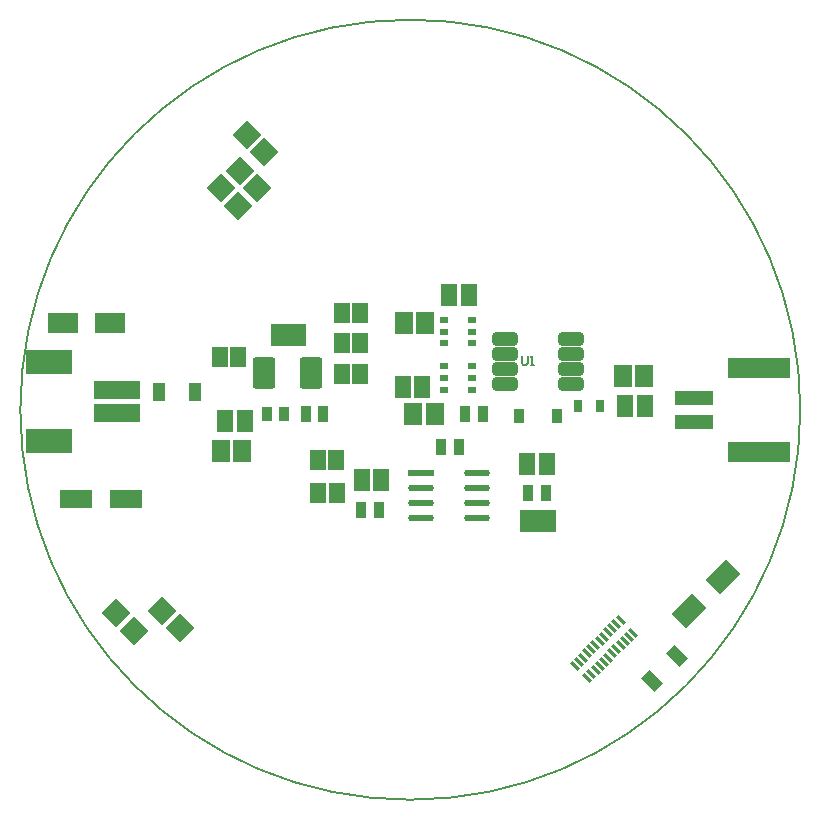
<source format=gtp>
G04*
G04 #@! TF.GenerationSoftware,Altium Limited,Altium Designer,22.3.1 (43)*
G04*
G04 Layer_Color=8421504*
%FSLAX25Y25*%
%MOIN*%
G70*
G04*
G04 #@! TF.SameCoordinates,40EC2BD7-1702-4D78-AAFC-A13D33BD6AE8*
G04*
G04*
G04 #@! TF.FilePolarity,Positive*
G04*
G01*
G75*
%ADD15C,0.00700*%
%ADD16C,0.00500*%
%ADD17R,0.15386X0.07906*%
%ADD18R,0.15780X0.05937*%
G04:AMPARAMS|DCode=19|XSize=39.37mil|YSize=62.99mil|CornerRadius=0mil|HoleSize=0mil|Usage=FLASHONLY|Rotation=45.000|XOffset=0mil|YOffset=0mil|HoleType=Round|Shape=Rectangle|*
%AMROTATEDRECTD19*
4,1,4,0.00835,-0.03619,-0.03619,0.00835,-0.00835,0.03619,0.03619,-0.00835,0.00835,-0.03619,0.0*
%
%ADD19ROTATEDRECTD19*%

%ADD20R,0.03937X0.06299*%
%ADD21R,0.05937X0.07315*%
%ADD22R,0.20866X0.06693*%
%ADD23R,0.12598X0.04724*%
%ADD24R,0.05347X0.07315*%
%ADD25R,0.05543X0.07118*%
%ADD26R,0.03740X0.05315*%
%ADD27R,0.08540X0.02292*%
G04:AMPARAMS|DCode=28|XSize=85.4mil|YSize=22.92mil|CornerRadius=11.46mil|HoleSize=0mil|Usage=FLASHONLY|Rotation=0.000|XOffset=0mil|YOffset=0mil|HoleType=Round|Shape=RoundedRectangle|*
%AMROUNDEDRECTD28*
21,1,0.08540,0.00000,0,0,0.0*
21,1,0.06248,0.02292,0,0,0.0*
1,1,0.02292,0.03124,0.00000*
1,1,0.02292,-0.03124,0.00000*
1,1,0.02292,-0.03124,0.00000*
1,1,0.02292,0.03124,0.00000*
%
%ADD28ROUNDEDRECTD28*%
%ADD29P,0.09510X4X180.0*%
%ADD30R,0.02800X0.02000*%
%ADD31R,0.02800X0.02000*%
%ADD32R,0.02800X0.02000*%
%ADD33R,0.03600X0.04800*%
G04:AMPARAMS|DCode=34|XSize=45.59mil|YSize=84.96mil|CornerRadius=11.92mil|HoleSize=0mil|Usage=FLASHONLY|Rotation=90.000|XOffset=0mil|YOffset=0mil|HoleType=Round|Shape=RoundedRectangle|*
%AMROUNDEDRECTD34*
21,1,0.04559,0.06112,0,0,90.0*
21,1,0.02175,0.08496,0,0,90.0*
1,1,0.02384,0.03056,0.01088*
1,1,0.02384,0.03056,-0.01088*
1,1,0.02384,-0.03056,-0.01088*
1,1,0.02384,-0.03056,0.01088*
%
%ADD34ROUNDEDRECTD34*%
%ADD35R,0.03150X0.04134*%
%ADD36R,0.11024X0.06299*%
G04:AMPARAMS|DCode=37|XSize=11.81mil|YSize=37.4mil|CornerRadius=0mil|HoleSize=0mil|Usage=FLASHONLY|Rotation=225.000|XOffset=0mil|YOffset=0mil|HoleType=Round|Shape=Rectangle|*
%AMROTATEDRECTD37*
4,1,4,-0.00905,0.01740,0.01740,-0.00905,0.00905,-0.01740,-0.01740,0.00905,-0.00905,0.01740,0.0*
%
%ADD37ROTATEDRECTD37*%

%ADD38R,0.09843X0.06693*%
G04:AMPARAMS|DCode=39|XSize=98.43mil|YSize=66.93mil|CornerRadius=0mil|HoleSize=0mil|Usage=FLASHONLY|Rotation=45.000|XOffset=0mil|YOffset=0mil|HoleType=Round|Shape=Rectangle|*
%AMROTATEDRECTD39*
4,1,4,-0.01114,-0.05846,-0.05846,-0.01114,0.01114,0.05846,0.05846,0.01114,-0.01114,-0.05846,0.0*
%
%ADD39ROTATEDRECTD39*%

%ADD40R,0.03771X0.04969*%
%ADD41O,0.07709X0.02984*%
D15*
X783510Y460624D02*
Y458125D01*
X784010Y457625D01*
X785009D01*
X785509Y458125D01*
Y460624D01*
X786509Y457625D02*
X787509D01*
X787009D01*
Y460624D01*
X786509Y460124D01*
D16*
X876400Y442700D02*
G03*
X876400Y442700I-130000J0D01*
G01*
D17*
X625845Y432287D02*
D03*
Y458665D02*
D03*
D18*
X648483Y441539D02*
D03*
Y449413D02*
D03*
D19*
X835289Y360715D02*
D03*
X826937Y352363D02*
D03*
D20*
X662710Y448702D02*
D03*
X674520D02*
D03*
D21*
X708747Y467753D02*
D03*
X702842D02*
D03*
X791834Y405495D02*
D03*
X785929D02*
D03*
X754502Y441183D02*
D03*
X747415D02*
D03*
X744373Y471717D02*
D03*
X751460D02*
D03*
X690382Y429041D02*
D03*
X824412Y453800D02*
D03*
X683296Y429041D02*
D03*
X817325Y453800D02*
D03*
D22*
X862523Y428724D02*
D03*
Y456676D02*
D03*
D23*
X840948Y438763D02*
D03*
Y446637D02*
D03*
D24*
X759434Y480769D02*
D03*
X765930D02*
D03*
X750443Y450170D02*
D03*
X743947D02*
D03*
X730150Y419233D02*
D03*
X736647D02*
D03*
X791946Y424664D02*
D03*
X785450D02*
D03*
X824510Y443841D02*
D03*
X818014D02*
D03*
X691231Y438955D02*
D03*
X684735D02*
D03*
D25*
X689067Y460388D02*
D03*
X682965D02*
D03*
X721652Y425800D02*
D03*
X721877Y415100D02*
D03*
X715549Y425800D02*
D03*
X715774Y415100D02*
D03*
X729607Y475071D02*
D03*
X723504D02*
D03*
X729607Y454694D02*
D03*
X723504D02*
D03*
X729751Y465036D02*
D03*
X723649D02*
D03*
D26*
X730105Y409298D02*
D03*
X736010D02*
D03*
X791617Y415099D02*
D03*
X785712Y415099D02*
D03*
X762605Y430199D02*
D03*
X756700D02*
D03*
X764627Y441183D02*
D03*
X770533D02*
D03*
X717448Y441244D02*
D03*
X711542D02*
D03*
D27*
X749952Y421516D02*
D03*
D28*
Y416516D02*
D03*
Y411516D02*
D03*
Y406516D02*
D03*
X768563D02*
D03*
Y411516D02*
D03*
Y416516D02*
D03*
Y421516D02*
D03*
D29*
X697754Y528494D02*
D03*
X691908Y534340D02*
D03*
X683162Y516548D02*
D03*
X689008Y510702D02*
D03*
X695336Y516548D02*
D03*
X689490Y522395D02*
D03*
X648316Y374791D02*
D03*
X654162Y368945D02*
D03*
X663788Y375625D02*
D03*
X669634Y369779D02*
D03*
D30*
X766888Y472648D02*
D03*
Y468748D02*
D03*
Y457232D02*
D03*
Y453332D02*
D03*
D31*
Y464848D02*
D03*
Y449432D02*
D03*
D32*
X757688Y468748D02*
D03*
Y464848D02*
D03*
Y472648D02*
D03*
Y449432D02*
D03*
Y453332D02*
D03*
Y457232D02*
D03*
D33*
X795460Y440490D02*
D03*
X782560D02*
D03*
D34*
X800132Y451125D02*
D03*
Y456125D02*
D03*
Y461125D02*
D03*
X777888D02*
D03*
Y466125D02*
D03*
X800132D02*
D03*
X777888Y456125D02*
D03*
Y451125D02*
D03*
D35*
X802225Y444038D02*
D03*
X809508D02*
D03*
D36*
X651800Y412943D02*
D03*
X634871D02*
D03*
D37*
X820688Y368415D02*
D03*
X819296Y367023D02*
D03*
X817904Y365631D02*
D03*
X816512Y364239D02*
D03*
X815120Y362847D02*
D03*
X813728Y361455D02*
D03*
X812336Y360063D02*
D03*
X810944Y358671D02*
D03*
X809552Y357279D02*
D03*
X808160Y355888D02*
D03*
X806768Y354496D02*
D03*
X805376Y353104D02*
D03*
X801173Y357307D02*
D03*
X802565Y358699D02*
D03*
X803956Y360091D02*
D03*
X805348Y361483D02*
D03*
X806740Y362875D02*
D03*
X808132Y364267D02*
D03*
X809524Y365659D02*
D03*
X810916Y367051D02*
D03*
X812308Y368443D02*
D03*
X813700Y369835D02*
D03*
X815092Y371227D02*
D03*
X816484Y372619D02*
D03*
D38*
X646447Y471607D02*
D03*
X630699D02*
D03*
D39*
X850600Y386791D02*
D03*
X839465Y375656D02*
D03*
D40*
X698601Y441244D02*
D03*
X704327D02*
D03*
D41*
X713435Y450993D02*
D03*
Y452961D02*
D03*
X713435Y454930D02*
D03*
Y456898D02*
D03*
X713435Y458867D02*
D03*
X697491Y450993D02*
D03*
Y452961D02*
D03*
X697491Y454930D02*
D03*
Y456898D02*
D03*
X697491Y458867D02*
D03*
M02*

</source>
